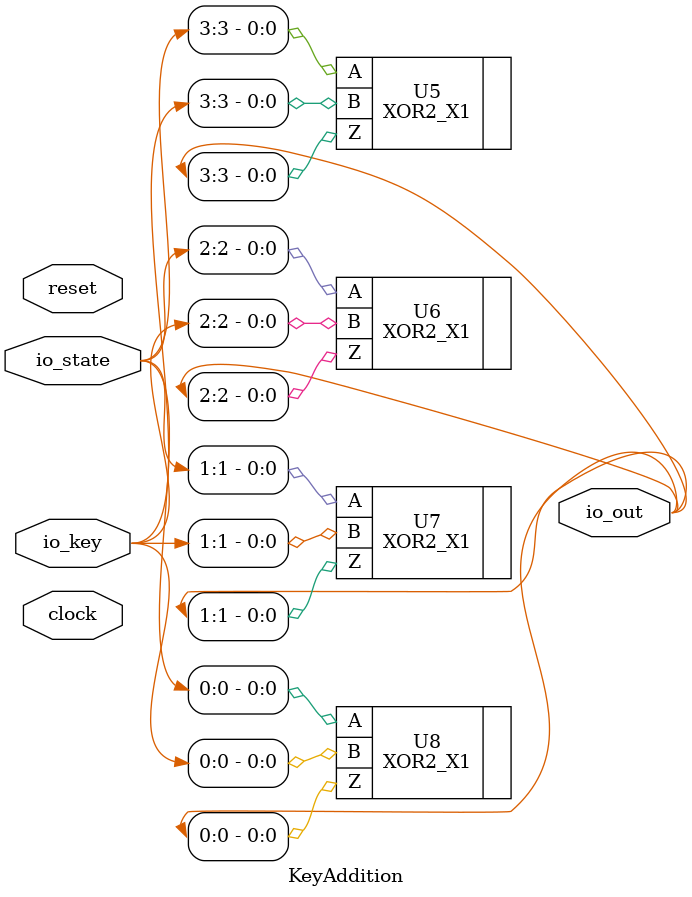
<source format=v>

module KeyAddition ( clock, reset, io_state, io_key, io_out );
  input [3:0] io_state;
  input [3:0] io_key;
  output [3:0] io_out;
  input clock, reset;


  XOR2_X1 U5 ( .A(io_state[3]), .B(io_key[3]), .Z(io_out[3]) );
  XOR2_X1 U6 ( .A(io_state[2]), .B(io_key[2]), .Z(io_out[2]) );
  XOR2_X1 U7 ( .A(io_state[1]), .B(io_key[1]), .Z(io_out[1]) );
  XOR2_X1 U8 ( .A(io_state[0]), .B(io_key[0]), .Z(io_out[0]) );
endmodule


</source>
